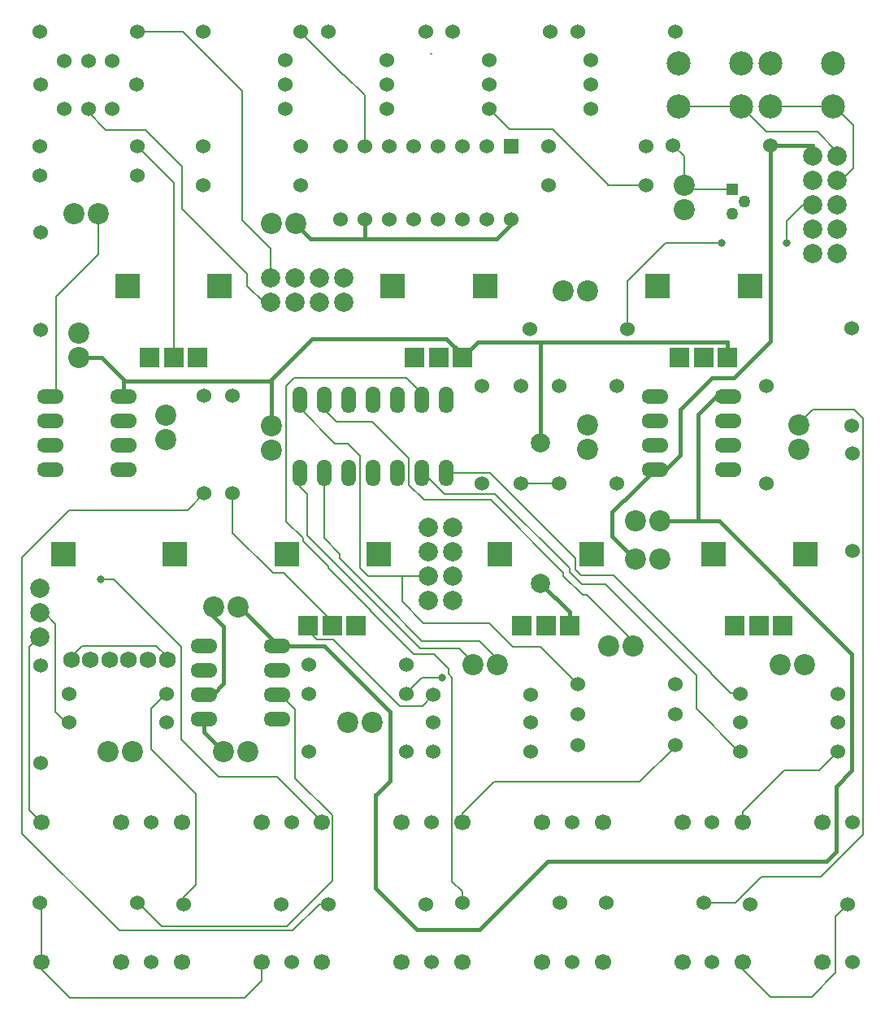
<source format=gbr>
%FSLAX35Y35*%
%MOIN*%
G04 EasyPC Gerber Version 18.0.8 Build 3632 *
%ADD25O,0.06000X0.11000*%
%ADD19R,0.10236X0.10236*%
%ADD136R,0.05000X0.05000*%
%ADD22R,0.06000X0.06000*%
%ADD18R,0.07874X0.07874*%
%ADD21R,0.09843X0.09843*%
%ADD29C,0.00800*%
%ADD27C,0.01575*%
%ADD28C,0.03200*%
%ADD114C,0.05000*%
%ADD16C,0.06000*%
%ADD108C,0.06693*%
%ADD20C,0.06890*%
%ADD26C,0.07874*%
%ADD17C,0.08661*%
%ADD71C,0.09843*%
%ADD70O,0.11000X0.06000*%
X0Y0D02*
D02*
D16*
X28498Y45821D03*
Y344344D03*
Y356156D03*
Y403400D03*
X28656Y381549D03*
X28813Y103380D03*
Y143380D03*
Y281037D03*
Y321037D03*
X38498Y371707D03*
Y391392D03*
X40309Y119935D03*
Y131746D03*
X48341Y371707D03*
Y391392D03*
X58183Y371707D03*
Y391392D03*
X68026Y381549D03*
X68498Y45821D03*
Y344344D03*
Y356156D03*
Y403400D03*
X74074Y21540D03*
Y79059D03*
X80309Y119935D03*
Y131746D03*
X87553Y45230D03*
X95427Y340407D03*
Y356156D03*
Y403400D03*
X95742Y214108D03*
Y254108D03*
X107553Y214108D03*
Y254108D03*
X127553Y45230D03*
X128970Y371549D03*
Y381549D03*
Y391549D03*
X131593Y21540D03*
Y79059D03*
X135427Y340407D03*
Y356156D03*
Y403400D03*
X138734Y108124D03*
Y131746D03*
Y143557D03*
X146608Y45230D03*
Y403400D03*
X151726Y326156D03*
Y356156D03*
X161726Y326156D03*
Y356156D03*
X170821Y371549D03*
Y381549D03*
Y391549D03*
X171726Y326156D03*
Y356156D03*
X178734Y108124D03*
Y131746D03*
Y143557D03*
X181726Y326156D03*
Y356156D03*
X186608Y45230D03*
Y403400D03*
X189113Y21540D03*
Y79059D03*
X189915Y108124D03*
Y119935D03*
Y131451D03*
X191726Y326156D03*
Y356156D03*
X197789Y403400D03*
X201726Y45821D03*
Y326156D03*
Y356156D03*
X209915Y218045D03*
Y258045D03*
X211726Y326156D03*
Y356156D03*
X212711Y371549D03*
Y381549D03*
Y391549D03*
X221726Y326156D03*
X225663Y218045D03*
Y258045D03*
X229285Y281352D03*
X229915Y108124D03*
Y119935D03*
Y131451D03*
X237159Y340407D03*
Y356156D03*
X237789Y403400D03*
X241411Y218045D03*
Y258045D03*
X241726Y45821D03*
X246633Y21540D03*
Y79059D03*
X248970Y110683D03*
Y123183D03*
Y135683D03*
Y403400D03*
X254561Y371549D03*
Y381549D03*
Y391549D03*
X260781Y45821D03*
X265033Y218045D03*
Y258045D03*
X269285Y281352D03*
X277159Y340407D03*
Y356156D03*
X287947Y356746D03*
X288970Y110683D03*
Y123183D03*
Y135683D03*
Y403400D03*
X300781Y45821D03*
X304152Y21540D03*
Y79059D03*
X315900Y108124D03*
Y119935D03*
Y131746D03*
X319837Y45230D03*
X326352Y218045D03*
Y258045D03*
X327947Y356746D03*
X355900Y108124D03*
Y119935D03*
Y131746D03*
X359837Y45230D03*
X361589Y241766D03*
Y281766D03*
X361672Y21540D03*
Y79059D03*
X361687Y190289D03*
Y230289D03*
D02*
D17*
X42435Y328596D03*
X44561Y269541D03*
Y279541D03*
X52435Y328596D03*
X56372Y108124D03*
X66372D03*
X79994Y235919D03*
Y245919D03*
X99679Y167179D03*
X103616Y108124D03*
X109679Y167179D03*
X113616Y108124D03*
X123301Y231687D03*
Y241687D03*
Y324659D03*
X133301D03*
X154797Y119935D03*
X164797D03*
X205978Y143557D03*
X215978D03*
X243222Y297100D03*
X253222Y231982D03*
Y241982D03*
Y297100D03*
X261687Y151431D03*
X271687D03*
X272907Y186864D03*
Y202612D03*
X282907Y186864D03*
Y202612D03*
X292593Y330407D03*
Y340407D03*
X331963Y143557D03*
X339837Y231982D03*
Y241982D03*
X341963Y143557D03*
D02*
D18*
X73341Y269502D03*
X83341D03*
X93026D03*
X138498Y159502D03*
X148498D03*
X158183D03*
X182081Y269502D03*
X192081D03*
X201766D03*
X225978Y159502D03*
X235978D03*
X245663D03*
X290821Y269502D03*
X300821D03*
X310506D03*
X313498Y159502D03*
X323498D03*
X333183D03*
D02*
D19*
X64443Y299030D03*
X102238D03*
X129600Y189030D03*
X167396D03*
X173183Y299030D03*
X210978D03*
X217081Y189030D03*
X254876D03*
X281923Y299030D03*
X304600Y189030D03*
X319719Y299030D03*
X342396Y189030D03*
D02*
D70*
X32750Y223793D03*
Y233793D03*
Y243793D03*
Y253793D03*
X62750Y223793D03*
Y233793D03*
Y243793D03*
Y253793D03*
X95742Y121431D03*
Y131431D03*
Y141431D03*
Y151431D03*
X125742Y121431D03*
Y131431D03*
Y141431D03*
Y151431D03*
X280781Y223793D03*
Y233793D03*
Y243793D03*
Y253793D03*
X310781Y223793D03*
Y233793D03*
Y243793D03*
Y253793D03*
D02*
D71*
X290545Y372691D03*
Y390407D03*
X316136Y372691D03*
Y390407D03*
X328026Y372691D03*
Y390407D03*
X353616Y372691D03*
Y390407D03*
D02*
D20*
X41293Y145722D03*
X49167D03*
X57041D03*
X64915D03*
X72789D03*
X80663D03*
D02*
D21*
X38144Y189030D03*
X83813D03*
D02*
D22*
X221726Y356156D03*
D02*
D25*
X135112Y222297D03*
Y252297D03*
X145112Y222297D03*
Y252297D03*
X155112Y222297D03*
Y252297D03*
X165112Y222297D03*
Y252297D03*
X175112Y222297D03*
Y252297D03*
X185112Y222297D03*
Y252297D03*
X195112Y222297D03*
Y252297D03*
D02*
D26*
X28321Y154817D03*
Y164817D03*
Y174817D03*
X122927Y292317D03*
Y302317D03*
X132927Y292317D03*
Y302317D03*
X142927Y292317D03*
Y302317D03*
X152927Y292317D03*
Y302317D03*
X187671Y170053D03*
Y180053D03*
Y190053D03*
Y200053D03*
X197671Y170053D03*
Y180053D03*
Y190053D03*
Y200053D03*
X233656Y177120D03*
Y234797D03*
X345447Y312415D03*
Y322415D03*
Y332415D03*
Y342415D03*
Y352415D03*
X355447Y312415D03*
Y322415D03*
Y332415D03*
Y342415D03*
Y352415D03*
D02*
D27*
X44561Y269541D02*
X53793D01*
X62750Y260585*
Y253793*
Y260093*
X123124*
X95742Y121431D02*
Y115998D01*
X103616Y108124*
X99679Y167179D02*
Y163439D01*
X103715Y159404*
X103813*
Y135978*
X99266Y131431*
X95742*
X109679Y167179D02*
X110388D01*
X125742Y151825*
Y151431*
X123124Y260093D02*
X123203D01*
X123301*
Y241687*
X125742Y151431D02*
X145053D01*
X172219Y124266*
Y95919*
X166510Y90211*
X166215*
Y52022*
X183144Y35093*
X208833*
X236785Y63045*
X351156*
X355093Y66982*
Y93754*
X361490Y100152*
Y148085*
X306963Y202612*
X298498*
X133301Y324659D02*
Y324404D01*
X139443Y318262*
X161687*
X215624*
X221726Y324364*
Y326156*
X161726D02*
Y318262D01*
X161687*
X165112Y222297D02*
Y221234D01*
X201766Y269502D02*
Y270821D01*
X195171Y277415*
X140250*
X123124Y260289*
Y260093*
X233656Y234797D02*
Y275939D01*
X207967*
X201766Y269738*
Y269502*
X245663Y159502D02*
Y165211D01*
X233754Y177120*
X233656*
X280781Y223793D02*
Y223577D01*
X268183Y210978*
X267888*
X263065Y206156*
Y196215*
X272415Y186864*
X272907*
X298498Y202612D02*
X282907D01*
X310506Y269502D02*
Y275939D01*
X233656*
X310781Y253793D02*
X305880D01*
X298498Y246411*
Y202612*
X327947Y356746D02*
X345447D01*
Y352415*
X327947Y356746D02*
Y276254D01*
X318478Y266785*
Y266687*
X313065Y261274*
X304207*
X291215Y248281*
Y229778*
X285211Y223774*
X280781*
Y223793*
D02*
D28*
X53537Y178695D03*
X193281Y138341D03*
X308242Y316687D03*
X334620D03*
D02*
D29*
X21136Y149659D02*
Y74463D01*
X61096Y34502*
X132258*
X142986Y45230*
X146608*
X21136Y151136D02*
Y149659D01*
X28321Y154817D02*
X28183D01*
X24207Y150841*
Y84010*
X29157Y79059*
X29192*
X28498Y45821D02*
X29192D01*
Y21540*
Y18557*
X40707Y7041*
X112396*
X119389Y14034*
Y21540*
X40309Y119935D02*
X39246D01*
X34915Y124266*
Y160191*
X30289Y164817*
X28321*
X41293Y145722D02*
Y147061D01*
X45663Y151431*
X76234*
X80663Y147002*
Y145722*
X48341Y371707D02*
Y370191D01*
X55486Y363045*
X71825*
X86884Y347986*
Y330762*
X113557Y304089*
Y299108*
X120348Y292317*
X122927*
X52435Y328596D02*
Y311963D01*
X35309Y294837*
X35211*
Y253793*
X32750*
X68498Y403400D02*
X87002D01*
X111490Y378911*
Y325841*
X122711Y314620*
X122927*
Y302317*
X83341Y269502D02*
Y341392D01*
X68577Y356156*
X68498*
X87553Y45230D02*
Y48459D01*
X92297Y53203*
Y90722*
X79817Y103203*
X79719*
X74108Y108813*
Y125644*
X80211Y131746*
X80309*
X95742Y214108D02*
Y213833D01*
X88951Y207041*
X40427*
X21136Y187750*
Y149659*
X107553Y214108D02*
Y197593D01*
X123990Y181156*
X128518*
X148498Y161175*
Y159502*
X125742Y131431D02*
Y131648D01*
X126746*
X133144Y125250*
Y97120*
X148419Y81844*
Y55073*
X129620Y36274*
X78321*
X68774Y45821*
X68498*
X135112Y252297D02*
X135014D01*
Y248872*
X149581Y234305*
X154699*
X159817Y229187*
Y183301*
X163065Y180053*
X177041*
X135427Y403400D02*
Y403104D01*
X152750Y385781*
X153144*
X161726Y377199*
Y356156*
X144231Y79059D02*
Y79187D01*
X125924Y97494*
X101864*
X86313Y113045*
Y151037*
X58656Y178695*
X53537*
X145112Y252297D02*
Y248419D01*
X150073Y243459*
X164837*
X179896Y228400*
Y217376*
X185998Y211274*
X213262*
X243183Y181352*
Y180073*
X250959Y172297*
X252829*
X271687Y153439*
Y151431*
X177041Y180053D02*
X187671D01*
X178734Y131746D02*
Y131943D01*
X185132Y138341*
X193281*
X185112Y219640D02*
Y222297D01*
X185801*
X194364Y213734*
X215230*
X245644Y183321*
Y181648*
X250663Y176628*
X260309*
X297612Y139325*
Y125644*
X315132Y108124*
X315900*
X185112Y252297D02*
Y255073D01*
X178911Y261274*
X132848*
X129502Y257927*
Y202435*
X136411Y195526*
Y194148*
X146628Y183931*
Y183222*
X163951Y165900*
Y165801*
X181766Y147986*
X189935*
X195939Y141982*
Y139817*
X197317Y138439*
X197514*
Y54778*
X201726Y50565*
Y45821*
X188656Y394246D02*
X188951D01*
X189915Y131451D02*
Y131215D01*
X185427Y126726*
X175978*
X148616Y154089*
X141943*
X138498Y157533*
Y159502*
X195112Y222297D02*
Y222396D01*
X196726Y222297D02*
X195112D01*
X201751Y79059D02*
Y82519D01*
X214758Y95526*
X274502*
X288970Y109994*
Y110683*
X205978Y143557D02*
Y144738D01*
X200270Y150447*
X184325*
X166215Y168557*
X166116*
X147415Y187258*
X147317*
X138065Y196510*
Y213636*
X137967*
X135112Y216490*
Y222297*
X212711Y371549D02*
Y371510D01*
X220978Y363242*
X238872*
X261313Y340801*
Y340407*
X277159*
X215978Y143557D02*
Y146116D01*
X208793Y153301*
X185211*
X169266Y169246*
Y169443*
X151352Y187356*
Y189423*
X151254*
X145112Y195565*
Y222297*
X215978Y143557D02*
X215526D01*
X225663Y218045D02*
X241411D01*
X248970Y135683D02*
Y135781D01*
X233911Y150841*
X222514*
X212671Y160683*
X185900*
X177041Y169541*
Y180053*
X287947Y356746D02*
X288065D01*
X292593Y352219*
Y340407*
X290545Y372691D02*
X316136D01*
X292593Y340407D02*
Y338596D01*
X312278Y338537*
X300781Y45821D02*
X313656D01*
X324384Y56549*
X348695*
X366018Y73872*
Y244738*
X362474Y248281*
X345545*
X339837Y242573*
Y241982*
X308242Y316687D02*
X285033D01*
X269285Y300939*
Y281352*
X315900Y131746D02*
Y131943D01*
X311884*
X303715Y140112*
Y140407*
X263656Y180467*
X250368*
X248104Y182730*
Y187159*
X212967Y222297*
X195112*
X316136Y372691D02*
Y372494D01*
X326470Y362159*
X347376*
X355447Y354089*
Y352415*
X316790Y79059D02*
Y83321D01*
X333621Y100152*
X348124*
X355900Y107927*
Y108124*
X328026Y372691D02*
X353616D01*
X345447Y332415D02*
X341490D01*
X334620Y325545*
Y316687*
X353616Y372691D02*
X354305D01*
X362179Y364817*
Y347435*
X357159Y342415*
X355447*
X359837Y45230D02*
X359738D01*
X354817Y40309*
Y17278*
X344974Y7435*
X328045*
X316136Y19344*
Y21540*
X316790*
D02*
D108*
X29192D03*
Y79059D03*
X61869Y21540D03*
Y79059D03*
X86711Y21540D03*
Y79059D03*
X119389Y21540D03*
Y79059D03*
X144231Y21540D03*
Y79059D03*
X176908Y21540D03*
Y79059D03*
X201751Y21540D03*
Y79059D03*
X234428Y21540D03*
Y79059D03*
X259270Y21540D03*
Y79059D03*
X291948Y21540D03*
Y79059D03*
X316790Y21540D03*
Y79059D03*
X349467Y21540D03*
Y79059D03*
D02*
D114*
X312278Y328537D03*
X317278Y333537D03*
D02*
D136*
X312278Y338537D03*
X0Y0D02*
M02*

</source>
